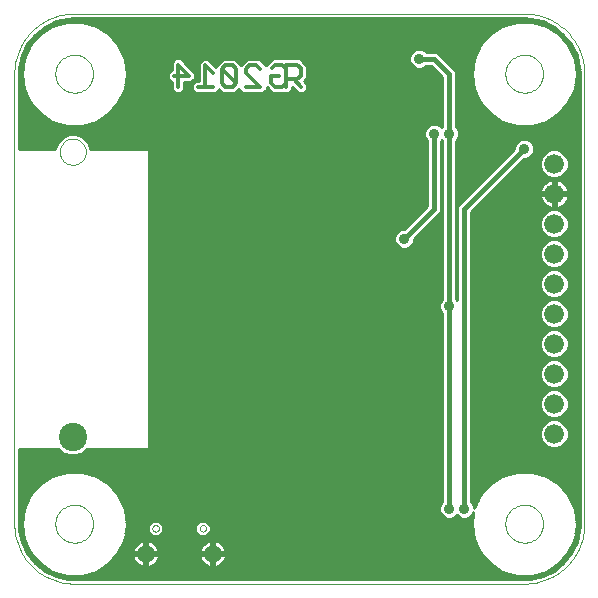
<source format=gbl>
G75*
G70*
%OFA0B0*%
%FSLAX24Y24*%
%IPPOS*%
%LPD*%
%AMOC8*
5,1,8,0,0,1.08239X$1,22.5*
%
%ADD10C,0.0000*%
%ADD11C,0.0945*%
%ADD12C,0.0594*%
%ADD13C,0.0660*%
%ADD14C,0.0120*%
%ADD15C,0.0100*%
%ADD16C,0.0357*%
%ADD17C,0.0160*%
D10*
X000655Y002655D02*
X000655Y017655D01*
X002025Y017655D02*
X002027Y017705D01*
X002033Y017755D01*
X002043Y017804D01*
X002057Y017852D01*
X002074Y017899D01*
X002095Y017944D01*
X002120Y017988D01*
X002148Y018029D01*
X002180Y018068D01*
X002214Y018105D01*
X002251Y018139D01*
X002291Y018169D01*
X002333Y018196D01*
X002377Y018220D01*
X002423Y018241D01*
X002470Y018257D01*
X002518Y018270D01*
X002568Y018279D01*
X002617Y018284D01*
X002668Y018285D01*
X002718Y018282D01*
X002767Y018275D01*
X002816Y018264D01*
X002864Y018249D01*
X002910Y018231D01*
X002955Y018209D01*
X002998Y018183D01*
X003039Y018154D01*
X003078Y018122D01*
X003114Y018087D01*
X003146Y018049D01*
X003176Y018009D01*
X003203Y017966D01*
X003226Y017922D01*
X003245Y017876D01*
X003261Y017828D01*
X003273Y017779D01*
X003281Y017730D01*
X003285Y017680D01*
X003285Y017630D01*
X003281Y017580D01*
X003273Y017531D01*
X003261Y017482D01*
X003245Y017434D01*
X003226Y017388D01*
X003203Y017344D01*
X003176Y017301D01*
X003146Y017261D01*
X003114Y017223D01*
X003078Y017188D01*
X003039Y017156D01*
X002998Y017127D01*
X002955Y017101D01*
X002910Y017079D01*
X002864Y017061D01*
X002816Y017046D01*
X002767Y017035D01*
X002718Y017028D01*
X002668Y017025D01*
X002617Y017026D01*
X002568Y017031D01*
X002518Y017040D01*
X002470Y017053D01*
X002423Y017069D01*
X002377Y017090D01*
X002333Y017114D01*
X002291Y017141D01*
X002251Y017171D01*
X002214Y017205D01*
X002180Y017242D01*
X002148Y017281D01*
X002120Y017322D01*
X002095Y017366D01*
X002074Y017411D01*
X002057Y017458D01*
X002043Y017506D01*
X002033Y017555D01*
X002027Y017605D01*
X002025Y017655D01*
X000655Y017655D02*
X000657Y017750D01*
X000664Y017845D01*
X000675Y017940D01*
X000691Y018034D01*
X000711Y018127D01*
X000736Y018218D01*
X000765Y018309D01*
X000798Y018398D01*
X000836Y018486D01*
X000877Y018571D01*
X000923Y018655D01*
X000972Y018736D01*
X001026Y018815D01*
X001083Y018891D01*
X001144Y018965D01*
X001208Y019035D01*
X001275Y019102D01*
X001345Y019166D01*
X001419Y019227D01*
X001495Y019284D01*
X001574Y019338D01*
X001655Y019387D01*
X001739Y019433D01*
X001824Y019474D01*
X001912Y019512D01*
X002001Y019545D01*
X002092Y019574D01*
X002183Y019599D01*
X002276Y019619D01*
X002370Y019635D01*
X002465Y019646D01*
X002560Y019653D01*
X002655Y019655D01*
X017655Y019655D01*
X017025Y017655D02*
X017027Y017705D01*
X017033Y017755D01*
X017043Y017804D01*
X017057Y017852D01*
X017074Y017899D01*
X017095Y017944D01*
X017120Y017988D01*
X017148Y018029D01*
X017180Y018068D01*
X017214Y018105D01*
X017251Y018139D01*
X017291Y018169D01*
X017333Y018196D01*
X017377Y018220D01*
X017423Y018241D01*
X017470Y018257D01*
X017518Y018270D01*
X017568Y018279D01*
X017617Y018284D01*
X017668Y018285D01*
X017718Y018282D01*
X017767Y018275D01*
X017816Y018264D01*
X017864Y018249D01*
X017910Y018231D01*
X017955Y018209D01*
X017998Y018183D01*
X018039Y018154D01*
X018078Y018122D01*
X018114Y018087D01*
X018146Y018049D01*
X018176Y018009D01*
X018203Y017966D01*
X018226Y017922D01*
X018245Y017876D01*
X018261Y017828D01*
X018273Y017779D01*
X018281Y017730D01*
X018285Y017680D01*
X018285Y017630D01*
X018281Y017580D01*
X018273Y017531D01*
X018261Y017482D01*
X018245Y017434D01*
X018226Y017388D01*
X018203Y017344D01*
X018176Y017301D01*
X018146Y017261D01*
X018114Y017223D01*
X018078Y017188D01*
X018039Y017156D01*
X017998Y017127D01*
X017955Y017101D01*
X017910Y017079D01*
X017864Y017061D01*
X017816Y017046D01*
X017767Y017035D01*
X017718Y017028D01*
X017668Y017025D01*
X017617Y017026D01*
X017568Y017031D01*
X017518Y017040D01*
X017470Y017053D01*
X017423Y017069D01*
X017377Y017090D01*
X017333Y017114D01*
X017291Y017141D01*
X017251Y017171D01*
X017214Y017205D01*
X017180Y017242D01*
X017148Y017281D01*
X017120Y017322D01*
X017095Y017366D01*
X017074Y017411D01*
X017057Y017458D01*
X017043Y017506D01*
X017033Y017555D01*
X017027Y017605D01*
X017025Y017655D01*
X017655Y019655D02*
X017750Y019653D01*
X017845Y019646D01*
X017940Y019635D01*
X018034Y019619D01*
X018127Y019599D01*
X018218Y019574D01*
X018309Y019545D01*
X018398Y019512D01*
X018486Y019474D01*
X018571Y019433D01*
X018655Y019387D01*
X018736Y019338D01*
X018815Y019284D01*
X018891Y019227D01*
X018965Y019166D01*
X019035Y019102D01*
X019102Y019035D01*
X019166Y018965D01*
X019227Y018891D01*
X019284Y018815D01*
X019338Y018736D01*
X019387Y018655D01*
X019433Y018571D01*
X019474Y018486D01*
X019512Y018398D01*
X019545Y018309D01*
X019574Y018218D01*
X019599Y018127D01*
X019619Y018034D01*
X019635Y017940D01*
X019646Y017845D01*
X019653Y017750D01*
X019655Y017655D01*
X019655Y002655D01*
X017025Y002655D02*
X017027Y002705D01*
X017033Y002755D01*
X017043Y002804D01*
X017057Y002852D01*
X017074Y002899D01*
X017095Y002944D01*
X017120Y002988D01*
X017148Y003029D01*
X017180Y003068D01*
X017214Y003105D01*
X017251Y003139D01*
X017291Y003169D01*
X017333Y003196D01*
X017377Y003220D01*
X017423Y003241D01*
X017470Y003257D01*
X017518Y003270D01*
X017568Y003279D01*
X017617Y003284D01*
X017668Y003285D01*
X017718Y003282D01*
X017767Y003275D01*
X017816Y003264D01*
X017864Y003249D01*
X017910Y003231D01*
X017955Y003209D01*
X017998Y003183D01*
X018039Y003154D01*
X018078Y003122D01*
X018114Y003087D01*
X018146Y003049D01*
X018176Y003009D01*
X018203Y002966D01*
X018226Y002922D01*
X018245Y002876D01*
X018261Y002828D01*
X018273Y002779D01*
X018281Y002730D01*
X018285Y002680D01*
X018285Y002630D01*
X018281Y002580D01*
X018273Y002531D01*
X018261Y002482D01*
X018245Y002434D01*
X018226Y002388D01*
X018203Y002344D01*
X018176Y002301D01*
X018146Y002261D01*
X018114Y002223D01*
X018078Y002188D01*
X018039Y002156D01*
X017998Y002127D01*
X017955Y002101D01*
X017910Y002079D01*
X017864Y002061D01*
X017816Y002046D01*
X017767Y002035D01*
X017718Y002028D01*
X017668Y002025D01*
X017617Y002026D01*
X017568Y002031D01*
X017518Y002040D01*
X017470Y002053D01*
X017423Y002069D01*
X017377Y002090D01*
X017333Y002114D01*
X017291Y002141D01*
X017251Y002171D01*
X017214Y002205D01*
X017180Y002242D01*
X017148Y002281D01*
X017120Y002322D01*
X017095Y002366D01*
X017074Y002411D01*
X017057Y002458D01*
X017043Y002506D01*
X017033Y002555D01*
X017027Y002605D01*
X017025Y002655D01*
X017655Y000655D02*
X017750Y000657D01*
X017845Y000664D01*
X017940Y000675D01*
X018034Y000691D01*
X018127Y000711D01*
X018218Y000736D01*
X018309Y000765D01*
X018398Y000798D01*
X018486Y000836D01*
X018571Y000877D01*
X018655Y000923D01*
X018736Y000972D01*
X018815Y001026D01*
X018891Y001083D01*
X018965Y001144D01*
X019035Y001208D01*
X019102Y001275D01*
X019166Y001345D01*
X019227Y001419D01*
X019284Y001495D01*
X019338Y001574D01*
X019387Y001655D01*
X019433Y001739D01*
X019474Y001824D01*
X019512Y001912D01*
X019545Y002001D01*
X019574Y002092D01*
X019599Y002183D01*
X019619Y002276D01*
X019635Y002370D01*
X019646Y002465D01*
X019653Y002560D01*
X019655Y002655D01*
X017655Y000655D02*
X002655Y000655D01*
X002025Y002655D02*
X002027Y002705D01*
X002033Y002755D01*
X002043Y002804D01*
X002057Y002852D01*
X002074Y002899D01*
X002095Y002944D01*
X002120Y002988D01*
X002148Y003029D01*
X002180Y003068D01*
X002214Y003105D01*
X002251Y003139D01*
X002291Y003169D01*
X002333Y003196D01*
X002377Y003220D01*
X002423Y003241D01*
X002470Y003257D01*
X002518Y003270D01*
X002568Y003279D01*
X002617Y003284D01*
X002668Y003285D01*
X002718Y003282D01*
X002767Y003275D01*
X002816Y003264D01*
X002864Y003249D01*
X002910Y003231D01*
X002955Y003209D01*
X002998Y003183D01*
X003039Y003154D01*
X003078Y003122D01*
X003114Y003087D01*
X003146Y003049D01*
X003176Y003009D01*
X003203Y002966D01*
X003226Y002922D01*
X003245Y002876D01*
X003261Y002828D01*
X003273Y002779D01*
X003281Y002730D01*
X003285Y002680D01*
X003285Y002630D01*
X003281Y002580D01*
X003273Y002531D01*
X003261Y002482D01*
X003245Y002434D01*
X003226Y002388D01*
X003203Y002344D01*
X003176Y002301D01*
X003146Y002261D01*
X003114Y002223D01*
X003078Y002188D01*
X003039Y002156D01*
X002998Y002127D01*
X002955Y002101D01*
X002910Y002079D01*
X002864Y002061D01*
X002816Y002046D01*
X002767Y002035D01*
X002718Y002028D01*
X002668Y002025D01*
X002617Y002026D01*
X002568Y002031D01*
X002518Y002040D01*
X002470Y002053D01*
X002423Y002069D01*
X002377Y002090D01*
X002333Y002114D01*
X002291Y002141D01*
X002251Y002171D01*
X002214Y002205D01*
X002180Y002242D01*
X002148Y002281D01*
X002120Y002322D01*
X002095Y002366D01*
X002074Y002411D01*
X002057Y002458D01*
X002043Y002506D01*
X002033Y002555D01*
X002027Y002605D01*
X002025Y002655D01*
X000655Y002655D02*
X000657Y002560D01*
X000664Y002465D01*
X000675Y002370D01*
X000691Y002276D01*
X000711Y002183D01*
X000736Y002092D01*
X000765Y002001D01*
X000798Y001912D01*
X000836Y001824D01*
X000877Y001739D01*
X000923Y001655D01*
X000972Y001574D01*
X001026Y001495D01*
X001083Y001419D01*
X001144Y001345D01*
X001208Y001275D01*
X001275Y001208D01*
X001345Y001144D01*
X001419Y001083D01*
X001495Y001026D01*
X001574Y000972D01*
X001655Y000923D01*
X001739Y000877D01*
X001824Y000836D01*
X001912Y000798D01*
X002001Y000765D01*
X002092Y000736D01*
X002183Y000711D01*
X002276Y000691D01*
X002370Y000675D01*
X002465Y000664D01*
X002560Y000657D01*
X002655Y000655D01*
X005260Y002502D02*
X005262Y002522D01*
X005268Y002542D01*
X005277Y002560D01*
X005290Y002577D01*
X005305Y002590D01*
X005323Y002600D01*
X005343Y002607D01*
X005363Y002610D01*
X005383Y002609D01*
X005403Y002604D01*
X005422Y002596D01*
X005439Y002584D01*
X005453Y002569D01*
X005464Y002551D01*
X005472Y002532D01*
X005476Y002512D01*
X005476Y002492D01*
X005472Y002472D01*
X005464Y002453D01*
X005453Y002435D01*
X005439Y002420D01*
X005422Y002408D01*
X005403Y002400D01*
X005383Y002395D01*
X005363Y002394D01*
X005343Y002397D01*
X005323Y002404D01*
X005305Y002414D01*
X005290Y002427D01*
X005277Y002444D01*
X005268Y002462D01*
X005262Y002482D01*
X005260Y002502D01*
X006835Y002502D02*
X006837Y002522D01*
X006843Y002542D01*
X006852Y002560D01*
X006865Y002577D01*
X006880Y002590D01*
X006898Y002600D01*
X006918Y002607D01*
X006938Y002610D01*
X006958Y002609D01*
X006978Y002604D01*
X006997Y002596D01*
X007014Y002584D01*
X007028Y002569D01*
X007039Y002551D01*
X007047Y002532D01*
X007051Y002512D01*
X007051Y002492D01*
X007047Y002472D01*
X007039Y002453D01*
X007028Y002435D01*
X007014Y002420D01*
X006997Y002408D01*
X006978Y002400D01*
X006958Y002395D01*
X006938Y002394D01*
X006918Y002397D01*
X006898Y002404D01*
X006880Y002414D01*
X006865Y002427D01*
X006852Y002444D01*
X006843Y002462D01*
X006837Y002482D01*
X006835Y002502D01*
X002172Y015055D02*
X002174Y015096D01*
X002180Y015137D01*
X002190Y015177D01*
X002203Y015216D01*
X002220Y015253D01*
X002241Y015289D01*
X002265Y015323D01*
X002292Y015354D01*
X002321Y015382D01*
X002354Y015408D01*
X002388Y015430D01*
X002425Y015449D01*
X002463Y015464D01*
X002503Y015476D01*
X002543Y015484D01*
X002584Y015488D01*
X002626Y015488D01*
X002667Y015484D01*
X002707Y015476D01*
X002747Y015464D01*
X002785Y015449D01*
X002821Y015430D01*
X002856Y015408D01*
X002889Y015382D01*
X002918Y015354D01*
X002945Y015323D01*
X002969Y015289D01*
X002990Y015253D01*
X003007Y015216D01*
X003020Y015177D01*
X003030Y015137D01*
X003036Y015096D01*
X003038Y015055D01*
X003036Y015014D01*
X003030Y014973D01*
X003020Y014933D01*
X003007Y014894D01*
X002990Y014857D01*
X002969Y014821D01*
X002945Y014787D01*
X002918Y014756D01*
X002889Y014728D01*
X002856Y014702D01*
X002822Y014680D01*
X002785Y014661D01*
X002747Y014646D01*
X002707Y014634D01*
X002667Y014626D01*
X002626Y014622D01*
X002584Y014622D01*
X002543Y014626D01*
X002503Y014634D01*
X002463Y014646D01*
X002425Y014661D01*
X002389Y014680D01*
X002354Y014702D01*
X002321Y014728D01*
X002292Y014756D01*
X002265Y014787D01*
X002241Y014821D01*
X002220Y014857D01*
X002203Y014894D01*
X002190Y014933D01*
X002180Y014973D01*
X002174Y015014D01*
X002172Y015055D01*
D11*
X002605Y005555D03*
D12*
X005043Y001655D03*
X007267Y001655D03*
D13*
X018655Y005655D03*
X018655Y006655D03*
X018655Y007655D03*
X018655Y008655D03*
X018655Y009655D03*
X018655Y010655D03*
X018655Y011655D03*
X018655Y012655D03*
X018655Y013655D03*
X018655Y014655D03*
D14*
X010205Y017215D02*
X009965Y017465D01*
X009715Y017465D01*
X009715Y017835D01*
X009715Y017955D01*
X010085Y017955D01*
X010205Y017835D01*
X010205Y017585D01*
X010085Y017465D01*
X009965Y017465D01*
X009715Y017465D02*
X009715Y017335D01*
X009715Y017215D01*
X009595Y017215D02*
X009715Y017335D01*
X009595Y017215D02*
X009345Y017215D01*
X009225Y017345D01*
X009225Y017585D01*
X009475Y017585D01*
X009235Y017835D02*
X009355Y017955D01*
X009595Y017955D01*
X009715Y017835D01*
X008855Y017815D02*
X008725Y017945D01*
X008485Y017945D01*
X008365Y017825D01*
X008365Y017815D02*
X008365Y017695D01*
X008855Y017215D01*
X008365Y017215D01*
X008055Y017335D02*
X007935Y017215D01*
X007695Y017215D01*
X007575Y017335D01*
X007575Y017815D01*
X007695Y017935D01*
X007935Y017935D01*
X008055Y017815D01*
X008055Y017335D01*
X007585Y017815D01*
X007265Y017693D02*
X007023Y017935D01*
X007023Y017928D02*
X007023Y017223D01*
X006783Y017215D02*
X007268Y017215D01*
X006473Y017585D02*
X006115Y017960D01*
X006115Y017215D01*
X005983Y017585D02*
X006473Y017585D01*
D15*
X001089Y001671D02*
X001347Y001347D01*
X001671Y001089D01*
X002044Y000909D01*
X002448Y000817D01*
X002655Y000805D01*
X017655Y000805D01*
X017862Y000817D01*
X018266Y000909D01*
X018639Y001089D01*
X018963Y001347D01*
X019222Y001671D01*
X019401Y002044D01*
X019494Y002448D01*
X019505Y002655D01*
X019505Y017593D01*
X019505Y017623D01*
X019505Y017655D01*
X019494Y017862D01*
X019401Y018266D01*
X019222Y018639D01*
X018963Y018963D01*
X018639Y019222D01*
X018266Y019401D01*
X017862Y019494D01*
X017655Y019505D01*
X002717Y019505D01*
X002702Y019505D01*
X002655Y019505D01*
X002448Y019494D01*
X002044Y019401D01*
X001671Y019222D01*
X001347Y018963D01*
X001089Y018639D01*
X000909Y018266D01*
X000817Y017862D01*
X000805Y017655D01*
X000805Y015155D01*
X002022Y015155D01*
X002022Y015171D01*
X002111Y015385D01*
X002275Y015549D01*
X002489Y015638D01*
X002721Y015638D01*
X002935Y015549D01*
X003099Y015385D01*
X003188Y015171D01*
X003188Y015155D01*
X005155Y015155D01*
X005155Y005155D01*
X003085Y005155D01*
X002958Y005027D01*
X002729Y004933D01*
X002481Y004933D01*
X002253Y005027D01*
X002125Y005155D01*
X000805Y005155D01*
X000805Y002717D01*
X000805Y002707D01*
X000805Y002655D01*
X000817Y002448D01*
X000909Y002044D01*
X001089Y001671D01*
X001113Y001641D02*
X001242Y001641D01*
X001183Y001709D02*
X001509Y001333D01*
X001928Y001063D01*
X001928Y001063D01*
X002406Y000923D01*
X002904Y000923D01*
X002904Y000923D01*
X003382Y001063D01*
X003801Y001333D01*
X004127Y001709D01*
X004334Y002162D01*
X004405Y002655D01*
X004334Y003148D01*
X004334Y003148D01*
X004127Y003601D01*
X004127Y003601D01*
X003801Y003978D01*
X003382Y004247D01*
X002904Y004387D01*
X002406Y004387D01*
X001928Y004247D01*
X001509Y003978D01*
X001509Y003978D01*
X001509Y003978D01*
X001183Y003601D01*
X000976Y003148D01*
X000905Y002655D01*
X000976Y002162D01*
X001183Y001709D01*
X001183Y001709D01*
X001169Y001739D02*
X001056Y001739D01*
X001008Y001838D02*
X001124Y001838D01*
X001079Y001936D02*
X000961Y001936D01*
X000913Y002035D02*
X001034Y002035D01*
X000989Y002133D02*
X000889Y002133D01*
X000976Y002162D02*
X000976Y002162D01*
X000966Y002232D02*
X000866Y002232D01*
X000844Y002330D02*
X000952Y002330D01*
X000938Y002429D02*
X000821Y002429D01*
X000812Y002527D02*
X000923Y002527D01*
X000909Y002626D02*
X000807Y002626D01*
X000805Y002725D02*
X000915Y002725D01*
X000905Y002655D02*
X000905Y002655D01*
X000929Y002823D02*
X000805Y002823D01*
X000805Y002922D02*
X000943Y002922D01*
X000958Y003020D02*
X000805Y003020D01*
X000805Y003119D02*
X000972Y003119D01*
X000976Y003148D02*
X000976Y003148D01*
X001008Y003217D02*
X000805Y003217D01*
X000805Y003316D02*
X001053Y003316D01*
X001098Y003414D02*
X000805Y003414D01*
X000805Y003513D02*
X001143Y003513D01*
X001183Y003601D02*
X001183Y003601D01*
X001192Y003611D02*
X000805Y003611D01*
X000805Y003710D02*
X001277Y003710D01*
X001363Y003809D02*
X000805Y003809D01*
X000805Y003907D02*
X001448Y003907D01*
X001553Y004006D02*
X000805Y004006D01*
X000805Y004104D02*
X001706Y004104D01*
X001859Y004203D02*
X000805Y004203D01*
X000805Y004301D02*
X002113Y004301D01*
X001928Y004247D02*
X001928Y004247D01*
X002406Y004387D02*
X002406Y004387D01*
X002904Y004387D02*
X002904Y004387D01*
X003197Y004301D02*
X014925Y004301D01*
X014925Y004203D02*
X003451Y004203D01*
X003382Y004247D02*
X003382Y004247D01*
X003604Y004104D02*
X014925Y004104D01*
X014925Y004006D02*
X003758Y004006D01*
X003801Y003978D02*
X003801Y003978D01*
X003862Y003907D02*
X014925Y003907D01*
X014925Y003809D02*
X003948Y003809D01*
X004033Y003710D02*
X014925Y003710D01*
X014925Y003611D02*
X004118Y003611D01*
X004168Y003513D02*
X014925Y003513D01*
X014925Y003414D02*
X004213Y003414D01*
X004258Y003316D02*
X014866Y003316D01*
X014877Y003341D02*
X014827Y003220D01*
X014827Y003090D01*
X014877Y002969D01*
X014969Y002877D01*
X015090Y002827D01*
X015220Y002827D01*
X015341Y002877D01*
X015405Y002941D01*
X015469Y002877D01*
X015590Y002827D01*
X015720Y002827D01*
X015841Y002877D01*
X015934Y002969D01*
X015959Y003031D01*
X015905Y002655D01*
X015976Y002162D01*
X016183Y001709D01*
X016509Y001333D01*
X016928Y001063D01*
X016928Y001063D01*
X017406Y000923D01*
X017904Y000923D01*
X017904Y000923D01*
X018382Y001063D01*
X018801Y001333D01*
X019127Y001709D01*
X019334Y002162D01*
X019405Y002655D01*
X019334Y003148D01*
X019334Y003148D01*
X019127Y003601D01*
X018801Y003978D01*
X018382Y004247D01*
X017904Y004387D01*
X017904Y004387D01*
X017406Y004387D01*
X016928Y004247D01*
X016509Y003978D01*
X016509Y003978D01*
X016509Y003978D01*
X016183Y003601D01*
X015984Y003165D01*
X015984Y003220D01*
X015934Y003341D01*
X015885Y003390D01*
X015885Y013060D01*
X017652Y014827D01*
X017720Y014827D01*
X017841Y014877D01*
X017934Y014969D01*
X017984Y015090D01*
X017984Y015220D01*
X017934Y015341D01*
X017841Y015434D01*
X017720Y015484D01*
X017590Y015484D01*
X017469Y015434D01*
X017377Y015341D01*
X017327Y015220D01*
X017327Y015152D01*
X015425Y013250D01*
X015425Y013060D01*
X015425Y010099D01*
X015385Y010140D01*
X015385Y015421D01*
X015434Y015469D01*
X015484Y015590D01*
X015484Y015720D01*
X015434Y015841D01*
X015385Y015890D01*
X015385Y017560D01*
X015385Y017750D01*
X014885Y018250D01*
X014750Y018385D01*
X014390Y018385D01*
X014341Y018434D01*
X014220Y018484D01*
X014090Y018484D01*
X013969Y018434D01*
X013877Y018341D01*
X013827Y018220D01*
X013827Y018090D01*
X013877Y017969D01*
X013969Y017877D01*
X014090Y017827D01*
X014220Y017827D01*
X014341Y017877D01*
X014390Y017925D01*
X014560Y017925D01*
X014925Y017560D01*
X014925Y015890D01*
X014905Y015870D01*
X014841Y015934D01*
X014720Y015984D01*
X014590Y015984D01*
X014469Y015934D01*
X014377Y015841D01*
X014327Y015720D01*
X014327Y015590D01*
X014377Y015469D01*
X014425Y015421D01*
X014425Y013250D01*
X013658Y012484D01*
X013590Y012484D01*
X013469Y012434D01*
X013377Y012341D01*
X013327Y012220D01*
X013327Y012090D01*
X013377Y011969D01*
X013469Y011877D01*
X013590Y011827D01*
X013720Y011827D01*
X013841Y011877D01*
X013934Y011969D01*
X013984Y012090D01*
X013984Y012158D01*
X014885Y013060D01*
X014885Y013250D01*
X014885Y015421D01*
X014905Y015441D01*
X014925Y015421D01*
X014925Y010140D01*
X014877Y010091D01*
X014827Y009970D01*
X014827Y009840D01*
X014877Y009719D01*
X014925Y009671D01*
X014925Y003390D01*
X014877Y003341D01*
X014827Y003217D02*
X004303Y003217D01*
X004338Y003119D02*
X014827Y003119D01*
X014856Y003020D02*
X004353Y003020D01*
X004367Y002922D02*
X014924Y002922D01*
X015386Y002922D02*
X015424Y002922D01*
X015886Y002922D02*
X015943Y002922D01*
X015955Y003020D02*
X015958Y003020D01*
X015984Y003217D02*
X016008Y003217D01*
X016053Y003316D02*
X015944Y003316D01*
X015885Y003414D02*
X016098Y003414D01*
X016143Y003513D02*
X015885Y003513D01*
X015885Y003611D02*
X016192Y003611D01*
X016183Y003601D02*
X016183Y003601D01*
X016277Y003710D02*
X015885Y003710D01*
X015885Y003809D02*
X016363Y003809D01*
X016448Y003907D02*
X015885Y003907D01*
X015885Y004006D02*
X016553Y004006D01*
X016706Y004104D02*
X015885Y004104D01*
X015885Y004203D02*
X016859Y004203D01*
X016928Y004247D02*
X016928Y004247D01*
X017113Y004301D02*
X015885Y004301D01*
X015885Y004400D02*
X019505Y004400D01*
X019505Y004498D02*
X015885Y004498D01*
X015885Y004597D02*
X019505Y004597D01*
X019505Y004695D02*
X015885Y004695D01*
X015885Y004794D02*
X019505Y004794D01*
X019505Y004892D02*
X015885Y004892D01*
X015885Y004991D02*
X019505Y004991D01*
X019505Y005090D02*
X015885Y005090D01*
X015885Y005188D02*
X018528Y005188D01*
X018560Y005175D02*
X018751Y005175D01*
X018927Y005248D01*
X019062Y005383D01*
X019135Y005560D01*
X019135Y005751D01*
X019062Y005927D01*
X018927Y006062D01*
X018751Y006135D01*
X018560Y006135D01*
X018383Y006062D01*
X018248Y005927D01*
X018175Y005751D01*
X018175Y005560D01*
X018248Y005383D01*
X018383Y005248D01*
X018560Y005175D01*
X018782Y005188D02*
X019505Y005188D01*
X019505Y005287D02*
X018965Y005287D01*
X019063Y005385D02*
X019505Y005385D01*
X019505Y005484D02*
X019104Y005484D01*
X019135Y005582D02*
X019505Y005582D01*
X019505Y005681D02*
X019135Y005681D01*
X019123Y005779D02*
X019505Y005779D01*
X019505Y005878D02*
X019082Y005878D01*
X019013Y005976D02*
X019505Y005976D01*
X019505Y006075D02*
X018896Y006075D01*
X018927Y006248D02*
X018751Y006175D01*
X018560Y006175D01*
X018383Y006248D01*
X018248Y006383D01*
X018175Y006560D01*
X018175Y006751D01*
X018248Y006927D01*
X018383Y007062D01*
X018560Y007135D01*
X018751Y007135D01*
X018927Y007062D01*
X019062Y006927D01*
X019135Y006751D01*
X019135Y006560D01*
X019062Y006383D01*
X018927Y006248D01*
X018951Y006272D02*
X019505Y006272D01*
X019505Y006174D02*
X015885Y006174D01*
X015885Y006272D02*
X018359Y006272D01*
X018261Y006371D02*
X015885Y006371D01*
X015885Y006469D02*
X018213Y006469D01*
X018175Y006568D02*
X015885Y006568D01*
X015885Y006666D02*
X018175Y006666D01*
X018181Y006765D02*
X015885Y006765D01*
X015885Y006863D02*
X018222Y006863D01*
X018283Y006962D02*
X015885Y006962D01*
X015885Y007060D02*
X018382Y007060D01*
X018383Y007248D02*
X018560Y007175D01*
X018751Y007175D01*
X018927Y007248D01*
X019062Y007383D01*
X019135Y007560D01*
X019135Y007751D01*
X019062Y007927D01*
X018927Y008062D01*
X018751Y008135D01*
X018560Y008135D01*
X018383Y008062D01*
X018248Y007927D01*
X018175Y007751D01*
X018175Y007560D01*
X018248Y007383D01*
X018383Y007248D01*
X018374Y007258D02*
X015885Y007258D01*
X015885Y007356D02*
X018275Y007356D01*
X018219Y007455D02*
X015885Y007455D01*
X015885Y007553D02*
X018178Y007553D01*
X018175Y007652D02*
X015885Y007652D01*
X015885Y007750D02*
X018175Y007750D01*
X018216Y007849D02*
X015885Y007849D01*
X015885Y007947D02*
X018269Y007947D01*
X018367Y008046D02*
X015885Y008046D01*
X015885Y008144D02*
X019505Y008144D01*
X019505Y008046D02*
X018943Y008046D01*
X019042Y007947D02*
X019505Y007947D01*
X019505Y007849D02*
X019094Y007849D01*
X019135Y007750D02*
X019505Y007750D01*
X019505Y007652D02*
X019135Y007652D01*
X019132Y007553D02*
X019505Y007553D01*
X019505Y007455D02*
X019092Y007455D01*
X019035Y007356D02*
X019505Y007356D01*
X019505Y007258D02*
X018936Y007258D01*
X018929Y007060D02*
X019505Y007060D01*
X019505Y006962D02*
X019027Y006962D01*
X019088Y006863D02*
X019505Y006863D01*
X019505Y006765D02*
X019129Y006765D01*
X019135Y006666D02*
X019505Y006666D01*
X019505Y006568D02*
X019135Y006568D01*
X019098Y006469D02*
X019505Y006469D01*
X019505Y006371D02*
X019049Y006371D01*
X018415Y006075D02*
X015885Y006075D01*
X015885Y005976D02*
X018298Y005976D01*
X018228Y005878D02*
X015885Y005878D01*
X015885Y005779D02*
X018187Y005779D01*
X018175Y005681D02*
X015885Y005681D01*
X015885Y005582D02*
X018175Y005582D01*
X018207Y005484D02*
X015885Y005484D01*
X015885Y005385D02*
X018247Y005385D01*
X018345Y005287D02*
X015885Y005287D01*
X014925Y005287D02*
X005155Y005287D01*
X005155Y005385D02*
X014925Y005385D01*
X014925Y005484D02*
X005155Y005484D01*
X005155Y005582D02*
X014925Y005582D01*
X014925Y005681D02*
X005155Y005681D01*
X005155Y005779D02*
X014925Y005779D01*
X014925Y005878D02*
X005155Y005878D01*
X005155Y005976D02*
X014925Y005976D01*
X014925Y006075D02*
X005155Y006075D01*
X005155Y006174D02*
X014925Y006174D01*
X014925Y006272D02*
X005155Y006272D01*
X005155Y006371D02*
X014925Y006371D01*
X014925Y006469D02*
X005155Y006469D01*
X005155Y006568D02*
X014925Y006568D01*
X014925Y006666D02*
X005155Y006666D01*
X005155Y006765D02*
X014925Y006765D01*
X014925Y006863D02*
X005155Y006863D01*
X005155Y006962D02*
X014925Y006962D01*
X014925Y007060D02*
X005155Y007060D01*
X005155Y007159D02*
X014925Y007159D01*
X014925Y007258D02*
X005155Y007258D01*
X005155Y007356D02*
X014925Y007356D01*
X014925Y007455D02*
X005155Y007455D01*
X005155Y007553D02*
X014925Y007553D01*
X014925Y007652D02*
X005155Y007652D01*
X005155Y007750D02*
X014925Y007750D01*
X014925Y007849D02*
X005155Y007849D01*
X005155Y007947D02*
X014925Y007947D01*
X014925Y008046D02*
X005155Y008046D01*
X005155Y008144D02*
X014925Y008144D01*
X014925Y008243D02*
X005155Y008243D01*
X005155Y008341D02*
X014925Y008341D01*
X014925Y008440D02*
X005155Y008440D01*
X005155Y008539D02*
X014925Y008539D01*
X014925Y008637D02*
X005155Y008637D01*
X005155Y008736D02*
X014925Y008736D01*
X014925Y008834D02*
X005155Y008834D01*
X005155Y008933D02*
X014925Y008933D01*
X014925Y009031D02*
X005155Y009031D01*
X005155Y009130D02*
X014925Y009130D01*
X014925Y009228D02*
X005155Y009228D01*
X005155Y009327D02*
X014925Y009327D01*
X014925Y009425D02*
X005155Y009425D01*
X005155Y009524D02*
X014925Y009524D01*
X014925Y009623D02*
X005155Y009623D01*
X005155Y009721D02*
X014876Y009721D01*
X014835Y009820D02*
X005155Y009820D01*
X005155Y009918D02*
X014827Y009918D01*
X014846Y010017D02*
X005155Y010017D01*
X005155Y010115D02*
X014901Y010115D01*
X014925Y010214D02*
X005155Y010214D01*
X005155Y010312D02*
X014925Y010312D01*
X014925Y010411D02*
X005155Y010411D01*
X005155Y010509D02*
X014925Y010509D01*
X014925Y010608D02*
X005155Y010608D01*
X005155Y010707D02*
X014925Y010707D01*
X014925Y010805D02*
X005155Y010805D01*
X005155Y010904D02*
X014925Y010904D01*
X014925Y011002D02*
X005155Y011002D01*
X005155Y011101D02*
X014925Y011101D01*
X014925Y011199D02*
X005155Y011199D01*
X005155Y011298D02*
X014925Y011298D01*
X014925Y011396D02*
X005155Y011396D01*
X005155Y011495D02*
X014925Y011495D01*
X014925Y011593D02*
X005155Y011593D01*
X005155Y011692D02*
X014925Y011692D01*
X014925Y011791D02*
X005155Y011791D01*
X005155Y011889D02*
X013457Y011889D01*
X013369Y011988D02*
X005155Y011988D01*
X005155Y012086D02*
X013328Y012086D01*
X013327Y012185D02*
X005155Y012185D01*
X005155Y012283D02*
X013353Y012283D01*
X013417Y012382D02*
X005155Y012382D01*
X005155Y012480D02*
X013582Y012480D01*
X013754Y012579D02*
X005155Y012579D01*
X005155Y012677D02*
X013852Y012677D01*
X013951Y012776D02*
X005155Y012776D01*
X005155Y012874D02*
X014049Y012874D01*
X014148Y012973D02*
X005155Y012973D01*
X005155Y013072D02*
X014246Y013072D01*
X014345Y013170D02*
X005155Y013170D01*
X005155Y013269D02*
X014425Y013269D01*
X014425Y013367D02*
X005155Y013367D01*
X005155Y013466D02*
X014425Y013466D01*
X014425Y013564D02*
X005155Y013564D01*
X005155Y013663D02*
X014425Y013663D01*
X014425Y013761D02*
X005155Y013761D01*
X005155Y013860D02*
X014425Y013860D01*
X014425Y013958D02*
X005155Y013958D01*
X005155Y014057D02*
X014425Y014057D01*
X014425Y014156D02*
X005155Y014156D01*
X005155Y014254D02*
X014425Y014254D01*
X014425Y014353D02*
X005155Y014353D01*
X005155Y014451D02*
X014425Y014451D01*
X014425Y014550D02*
X005155Y014550D01*
X005155Y014648D02*
X014425Y014648D01*
X014425Y014747D02*
X005155Y014747D01*
X005155Y014845D02*
X014425Y014845D01*
X014425Y014944D02*
X005155Y014944D01*
X005155Y015042D02*
X014425Y015042D01*
X014425Y015141D02*
X005155Y015141D01*
X003879Y016422D02*
X014925Y016422D01*
X014925Y016324D02*
X003787Y016324D01*
X003801Y016333D02*
X003801Y016333D01*
X004127Y016709D01*
X004334Y017162D01*
X004405Y017655D01*
X004334Y018148D01*
X004334Y018148D01*
X004127Y018601D01*
X004127Y018601D01*
X003801Y018978D01*
X003382Y019247D01*
X002904Y019387D01*
X002406Y019387D01*
X001928Y019247D01*
X001509Y018978D01*
X001509Y018978D01*
X001509Y018978D01*
X001183Y018601D01*
X000976Y018148D01*
X000905Y017655D01*
X000976Y017162D01*
X001183Y016709D01*
X001509Y016333D01*
X001928Y016063D01*
X002406Y015923D01*
X002904Y015923D01*
X003382Y016063D01*
X003801Y016333D01*
X003801Y016333D01*
X003634Y016225D02*
X014925Y016225D01*
X014925Y016126D02*
X003480Y016126D01*
X003262Y016028D02*
X014925Y016028D01*
X014925Y015929D02*
X014845Y015929D01*
X014465Y015929D02*
X002926Y015929D01*
X002732Y015634D02*
X014327Y015634D01*
X014332Y015732D02*
X000805Y015732D01*
X000805Y015634D02*
X002478Y015634D01*
X002261Y015535D02*
X000805Y015535D01*
X000805Y015437D02*
X002162Y015437D01*
X002091Y015338D02*
X000805Y015338D01*
X000805Y015240D02*
X002050Y015240D01*
X002384Y015929D02*
X000805Y015929D01*
X000805Y015831D02*
X014372Y015831D01*
X014349Y015535D02*
X002950Y015535D01*
X003048Y015437D02*
X014409Y015437D01*
X014425Y015338D02*
X003119Y015338D01*
X003160Y015240D02*
X014425Y015240D01*
X014885Y015240D02*
X014925Y015240D01*
X014925Y015338D02*
X014885Y015338D01*
X014901Y015437D02*
X014909Y015437D01*
X014885Y015141D02*
X014925Y015141D01*
X014925Y015042D02*
X014885Y015042D01*
X014885Y014944D02*
X014925Y014944D01*
X014925Y014845D02*
X014885Y014845D01*
X014885Y014747D02*
X014925Y014747D01*
X014925Y014648D02*
X014885Y014648D01*
X014885Y014550D02*
X014925Y014550D01*
X014925Y014451D02*
X014885Y014451D01*
X014885Y014353D02*
X014925Y014353D01*
X014925Y014254D02*
X014885Y014254D01*
X014885Y014156D02*
X014925Y014156D01*
X014925Y014057D02*
X014885Y014057D01*
X014885Y013958D02*
X014925Y013958D01*
X014925Y013860D02*
X014885Y013860D01*
X014885Y013761D02*
X014925Y013761D01*
X014925Y013663D02*
X014885Y013663D01*
X014885Y013564D02*
X014925Y013564D01*
X014925Y013466D02*
X014885Y013466D01*
X014885Y013367D02*
X014925Y013367D01*
X014925Y013269D02*
X014885Y013269D01*
X014885Y013170D02*
X014925Y013170D01*
X014925Y013072D02*
X014885Y013072D01*
X014925Y012973D02*
X014798Y012973D01*
X014700Y012874D02*
X014925Y012874D01*
X014925Y012776D02*
X014601Y012776D01*
X014503Y012677D02*
X014925Y012677D01*
X014925Y012579D02*
X014404Y012579D01*
X014306Y012480D02*
X014925Y012480D01*
X014925Y012382D02*
X014207Y012382D01*
X014108Y012283D02*
X014925Y012283D01*
X014925Y012185D02*
X014010Y012185D01*
X013982Y012086D02*
X014925Y012086D01*
X014925Y011988D02*
X013941Y011988D01*
X013854Y011889D02*
X014925Y011889D01*
X015385Y011889D02*
X015425Y011889D01*
X015425Y011791D02*
X015385Y011791D01*
X015385Y011692D02*
X015425Y011692D01*
X015425Y011593D02*
X015385Y011593D01*
X015385Y011495D02*
X015425Y011495D01*
X015425Y011396D02*
X015385Y011396D01*
X015385Y011298D02*
X015425Y011298D01*
X015425Y011199D02*
X015385Y011199D01*
X015385Y011101D02*
X015425Y011101D01*
X015425Y011002D02*
X015385Y011002D01*
X015385Y010904D02*
X015425Y010904D01*
X015425Y010805D02*
X015385Y010805D01*
X015385Y010707D02*
X015425Y010707D01*
X015425Y010608D02*
X015385Y010608D01*
X015385Y010509D02*
X015425Y010509D01*
X015425Y010411D02*
X015385Y010411D01*
X015385Y010312D02*
X015425Y010312D01*
X015425Y010214D02*
X015385Y010214D01*
X015409Y010115D02*
X015425Y010115D01*
X015885Y010115D02*
X018512Y010115D01*
X018560Y010135D02*
X018383Y010062D01*
X018248Y009927D01*
X018175Y009751D01*
X018175Y009560D01*
X018248Y009383D01*
X018383Y009248D01*
X018560Y009175D01*
X018751Y009175D01*
X018927Y009248D01*
X019062Y009383D01*
X019135Y009560D01*
X019135Y009751D01*
X019062Y009927D01*
X018927Y010062D01*
X018751Y010135D01*
X018560Y010135D01*
X018560Y010175D02*
X018383Y010248D01*
X018248Y010383D01*
X018175Y010560D01*
X018175Y010751D01*
X018248Y010927D01*
X018383Y011062D01*
X018560Y011135D01*
X018751Y011135D01*
X018927Y011062D01*
X019062Y010927D01*
X019135Y010751D01*
X019135Y010560D01*
X019062Y010383D01*
X018927Y010248D01*
X018751Y010175D01*
X018560Y010175D01*
X018466Y010214D02*
X015885Y010214D01*
X015885Y010312D02*
X018319Y010312D01*
X018237Y010411D02*
X015885Y010411D01*
X015885Y010509D02*
X018196Y010509D01*
X018175Y010608D02*
X015885Y010608D01*
X015885Y010707D02*
X018175Y010707D01*
X018198Y010805D02*
X015885Y010805D01*
X015885Y010904D02*
X018239Y010904D01*
X018323Y011002D02*
X015885Y011002D01*
X015885Y011101D02*
X018477Y011101D01*
X018501Y011199D02*
X015885Y011199D01*
X015885Y011298D02*
X018334Y011298D01*
X018383Y011248D02*
X018560Y011175D01*
X018751Y011175D01*
X018927Y011248D01*
X019062Y011383D01*
X019135Y011560D01*
X019135Y011751D01*
X019062Y011927D01*
X018927Y012062D01*
X018751Y012135D01*
X018560Y012135D01*
X018383Y012062D01*
X018248Y011927D01*
X018175Y011751D01*
X018175Y011560D01*
X018248Y011383D01*
X018383Y011248D01*
X018243Y011396D02*
X015885Y011396D01*
X015885Y011495D02*
X018202Y011495D01*
X018175Y011593D02*
X015885Y011593D01*
X015885Y011692D02*
X018175Y011692D01*
X018192Y011791D02*
X015885Y011791D01*
X015885Y011889D02*
X018232Y011889D01*
X018309Y011988D02*
X015885Y011988D01*
X015885Y012086D02*
X018441Y012086D01*
X018536Y012185D02*
X015885Y012185D01*
X015885Y012283D02*
X018348Y012283D01*
X018383Y012248D02*
X018560Y012175D01*
X018751Y012175D01*
X018927Y012248D01*
X019062Y012383D01*
X019135Y012560D01*
X019135Y012751D01*
X019062Y012927D01*
X018927Y013062D01*
X018751Y013135D01*
X018560Y013135D01*
X018383Y013062D01*
X018248Y012927D01*
X018175Y012751D01*
X018175Y012560D01*
X018248Y012383D01*
X018383Y012248D01*
X018250Y012382D02*
X015885Y012382D01*
X015885Y012480D02*
X018208Y012480D01*
X018175Y012579D02*
X015885Y012579D01*
X015885Y012677D02*
X018175Y012677D01*
X018186Y012776D02*
X015885Y012776D01*
X015885Y012874D02*
X018226Y012874D01*
X018294Y012973D02*
X015885Y012973D01*
X015897Y013072D02*
X018406Y013072D01*
X018471Y013210D02*
X018543Y013187D01*
X018607Y013177D01*
X018607Y013606D01*
X018704Y013606D01*
X018704Y013177D01*
X018768Y013187D01*
X018839Y013210D01*
X018907Y013245D01*
X018968Y013289D01*
X019021Y013342D01*
X019066Y013404D01*
X019100Y013471D01*
X019123Y013543D01*
X019133Y013607D01*
X018704Y013607D01*
X018704Y013704D01*
X018607Y013704D01*
X018607Y014133D01*
X018543Y014123D01*
X018471Y014100D01*
X018404Y014066D01*
X018342Y014021D01*
X018289Y013968D01*
X018245Y013907D01*
X018210Y013839D01*
X018187Y013768D01*
X018177Y013704D01*
X018606Y013704D01*
X018606Y013607D01*
X018177Y013607D01*
X018187Y013543D01*
X018210Y013471D01*
X018245Y013404D01*
X018289Y013342D01*
X018342Y013289D01*
X018404Y013245D01*
X018471Y013210D01*
X018370Y013269D02*
X016094Y013269D01*
X016192Y013367D02*
X018271Y013367D01*
X018213Y013466D02*
X016291Y013466D01*
X016389Y013564D02*
X018184Y013564D01*
X018186Y013761D02*
X016587Y013761D01*
X016685Y013860D02*
X018221Y013860D01*
X018282Y013958D02*
X016784Y013958D01*
X016882Y014057D02*
X018392Y014057D01*
X018383Y014248D02*
X018248Y014383D01*
X018175Y014560D01*
X018175Y014751D01*
X018248Y014927D01*
X018383Y015062D01*
X018560Y015135D01*
X018751Y015135D01*
X018927Y015062D01*
X019062Y014927D01*
X019135Y014751D01*
X019135Y014560D01*
X019062Y014383D01*
X018927Y014248D01*
X018751Y014175D01*
X018560Y014175D01*
X018383Y014248D01*
X018377Y014254D02*
X017079Y014254D01*
X016981Y014156D02*
X019505Y014156D01*
X019505Y014254D02*
X018933Y014254D01*
X019031Y014353D02*
X019505Y014353D01*
X019505Y014451D02*
X019090Y014451D01*
X019131Y014550D02*
X019505Y014550D01*
X019505Y014648D02*
X019135Y014648D01*
X019135Y014747D02*
X019505Y014747D01*
X019505Y014845D02*
X019096Y014845D01*
X019045Y014944D02*
X019505Y014944D01*
X019505Y015042D02*
X018947Y015042D01*
X019505Y015141D02*
X017984Y015141D01*
X017976Y015240D02*
X019505Y015240D01*
X019505Y015338D02*
X017935Y015338D01*
X017834Y015437D02*
X019505Y015437D01*
X019505Y015535D02*
X015461Y015535D01*
X015484Y015634D02*
X019505Y015634D01*
X019505Y015732D02*
X015479Y015732D01*
X015438Y015831D02*
X019505Y015831D01*
X019505Y015929D02*
X017926Y015929D01*
X017904Y015923D02*
X018382Y016063D01*
X018801Y016333D01*
X019127Y016709D01*
X019334Y017162D01*
X019405Y017655D01*
X019334Y018148D01*
X019334Y018148D01*
X019127Y018601D01*
X019127Y018601D01*
X018801Y018978D01*
X018382Y019247D01*
X017904Y019387D01*
X017406Y019387D01*
X016928Y019247D01*
X016509Y018978D01*
X016509Y018978D01*
X016509Y018978D01*
X016183Y018601D01*
X015976Y018148D01*
X015905Y017655D01*
X015976Y017162D01*
X016183Y016709D01*
X016509Y016333D01*
X016928Y016063D01*
X016928Y016063D01*
X017406Y015923D01*
X017904Y015923D01*
X017904Y015923D01*
X018262Y016028D02*
X019505Y016028D01*
X019505Y016126D02*
X018480Y016126D01*
X018382Y016063D02*
X018382Y016063D01*
X018634Y016225D02*
X019505Y016225D01*
X019505Y016324D02*
X018787Y016324D01*
X018801Y016333D02*
X018801Y016333D01*
X018801Y016333D01*
X018879Y016422D02*
X019505Y016422D01*
X019505Y016521D02*
X018964Y016521D01*
X019049Y016619D02*
X019505Y016619D01*
X019505Y016718D02*
X019131Y016718D01*
X019127Y016709D02*
X019127Y016709D01*
X019176Y016816D02*
X019505Y016816D01*
X019505Y016915D02*
X019221Y016915D01*
X019266Y017013D02*
X019505Y017013D01*
X019505Y017112D02*
X019311Y017112D01*
X019334Y017162D02*
X019334Y017162D01*
X019341Y017210D02*
X019505Y017210D01*
X019505Y017309D02*
X019355Y017309D01*
X019369Y017407D02*
X019505Y017407D01*
X019505Y017506D02*
X019384Y017506D01*
X019398Y017605D02*
X019505Y017605D01*
X019502Y017703D02*
X019398Y017703D01*
X019384Y017802D02*
X019497Y017802D01*
X019485Y017900D02*
X019370Y017900D01*
X019356Y017999D02*
X019462Y017999D01*
X019440Y018097D02*
X019342Y018097D01*
X019312Y018196D02*
X019417Y018196D01*
X019388Y018294D02*
X019267Y018294D01*
X019222Y018393D02*
X019340Y018393D01*
X019293Y018491D02*
X019177Y018491D01*
X019132Y018590D02*
X019245Y018590D01*
X019182Y018689D02*
X019052Y018689D01*
X019104Y018787D02*
X018966Y018787D01*
X019025Y018886D02*
X018881Y018886D01*
X018937Y018984D02*
X018791Y018984D01*
X018801Y018978D02*
X018801Y018978D01*
X018813Y019083D02*
X018638Y019083D01*
X018690Y019181D02*
X018484Y019181D01*
X018518Y019280D02*
X018270Y019280D01*
X018314Y019378D02*
X017935Y019378D01*
X017904Y019387D02*
X017904Y019387D01*
X017935Y019477D02*
X002375Y019477D01*
X002406Y019387D02*
X002406Y019387D01*
X002376Y019378D02*
X001996Y019378D01*
X002040Y019280D02*
X001792Y019280D01*
X001826Y019181D02*
X001620Y019181D01*
X001673Y019083D02*
X001497Y019083D01*
X001519Y018984D02*
X001373Y018984D01*
X001429Y018886D02*
X001285Y018886D01*
X001344Y018787D02*
X001206Y018787D01*
X001259Y018689D02*
X001128Y018689D01*
X001183Y018601D02*
X001183Y018601D01*
X001178Y018590D02*
X001065Y018590D01*
X001017Y018491D02*
X001133Y018491D01*
X001088Y018393D02*
X000970Y018393D01*
X000922Y018294D02*
X001043Y018294D01*
X000998Y018196D02*
X000893Y018196D01*
X000976Y018148D02*
X000976Y018148D01*
X000969Y018097D02*
X000870Y018097D01*
X000848Y017999D02*
X000955Y017999D01*
X000940Y017900D02*
X000825Y017900D01*
X000813Y017802D02*
X000926Y017802D01*
X000912Y017703D02*
X000808Y017703D01*
X000805Y017605D02*
X000912Y017605D01*
X000905Y017655D02*
X000905Y017655D01*
X000927Y017506D02*
X000805Y017506D01*
X000805Y017407D02*
X000941Y017407D01*
X000955Y017309D02*
X000805Y017309D01*
X000805Y017210D02*
X000969Y017210D01*
X000976Y017162D02*
X000976Y017162D01*
X000999Y017112D02*
X000805Y017112D01*
X000805Y017013D02*
X001044Y017013D01*
X001089Y016915D02*
X000805Y016915D01*
X000805Y016816D02*
X001134Y016816D01*
X001179Y016718D02*
X000805Y016718D01*
X000805Y016619D02*
X001261Y016619D01*
X001183Y016709D02*
X001183Y016709D01*
X001346Y016521D02*
X000805Y016521D01*
X000805Y016422D02*
X001432Y016422D01*
X001509Y016333D02*
X001509Y016333D01*
X001523Y016324D02*
X000805Y016324D01*
X000805Y016225D02*
X001677Y016225D01*
X001830Y016126D02*
X000805Y016126D01*
X000805Y016028D02*
X002049Y016028D01*
X003964Y016521D02*
X014925Y016521D01*
X014925Y016619D02*
X004049Y016619D01*
X004127Y016709D02*
X004127Y016709D01*
X004131Y016718D02*
X014925Y016718D01*
X014925Y016816D02*
X004176Y016816D01*
X004221Y016915D02*
X014925Y016915D01*
X014925Y017013D02*
X010298Y017013D01*
X010288Y017003D02*
X010413Y017124D01*
X010417Y017298D01*
X010318Y017401D01*
X010415Y017498D01*
X010415Y017672D01*
X010415Y017922D01*
X010292Y018045D01*
X010172Y018165D01*
X009998Y018165D01*
X009628Y018165D01*
X009442Y018165D01*
X009268Y018165D01*
X009035Y017932D01*
X008935Y018032D01*
X008812Y018155D01*
X008572Y018155D01*
X008398Y018155D01*
X008205Y017962D01*
X008142Y018025D01*
X008022Y018145D01*
X007848Y018145D01*
X007608Y018145D01*
X007485Y018022D01*
X007365Y017902D01*
X007365Y017890D01*
X007110Y018145D01*
X006936Y018145D01*
X006813Y018022D01*
X006813Y018015D01*
X006813Y018015D01*
X006813Y017425D01*
X006696Y017425D01*
X006573Y017302D01*
X006573Y017128D01*
X006696Y017005D01*
X007355Y017005D01*
X007478Y017128D01*
X007478Y017136D01*
X007488Y017125D01*
X007608Y017005D01*
X007782Y017005D01*
X007848Y017005D01*
X008022Y017005D01*
X008155Y017138D01*
X008155Y017128D01*
X008278Y017005D01*
X008769Y017005D01*
X008770Y017004D01*
X008855Y017005D01*
X008942Y017005D01*
X008943Y017006D01*
X008944Y017006D01*
X009004Y017067D01*
X009065Y017128D01*
X009065Y017129D01*
X009066Y017130D01*
X009065Y017208D01*
X009074Y017199D01*
X009135Y017133D01*
X009135Y017128D01*
X009194Y017069D01*
X009250Y017009D01*
X009255Y017009D01*
X009258Y017005D01*
X009341Y017005D01*
X009424Y017002D01*
X009427Y017005D01*
X009508Y017005D01*
X009628Y017005D01*
X009802Y017005D01*
X009925Y017128D01*
X009925Y017204D01*
X010114Y017007D01*
X010288Y017003D01*
X010401Y017112D02*
X014925Y017112D01*
X014925Y017210D02*
X010415Y017210D01*
X010406Y017309D02*
X014925Y017309D01*
X014925Y017407D02*
X010324Y017407D01*
X010415Y017506D02*
X014925Y017506D01*
X014880Y017605D02*
X010415Y017605D01*
X010415Y017703D02*
X014782Y017703D01*
X014683Y017802D02*
X010415Y017802D01*
X010415Y017900D02*
X013946Y017900D01*
X013864Y017999D02*
X010338Y017999D01*
X010240Y018097D02*
X013827Y018097D01*
X013827Y018196D02*
X004312Y018196D01*
X004342Y018097D02*
X005955Y018097D01*
X005969Y018110D02*
X005907Y018052D01*
X005907Y018049D01*
X005905Y018047D01*
X005905Y017963D01*
X005903Y017878D01*
X005905Y017876D01*
X005905Y017795D01*
X005896Y017795D01*
X005773Y017672D01*
X005773Y017498D01*
X005896Y017375D01*
X005905Y017375D01*
X005905Y017128D01*
X006028Y017005D01*
X006202Y017005D01*
X006325Y017128D01*
X006325Y017375D01*
X006470Y017375D01*
X006555Y017373D01*
X006557Y017375D01*
X006560Y017375D01*
X006619Y017435D01*
X006680Y017493D01*
X006681Y017496D01*
X006683Y017498D01*
X006683Y017583D01*
X006685Y017667D01*
X006683Y017669D01*
X006683Y017672D01*
X006623Y017732D01*
X006325Y018044D01*
X006325Y018047D01*
X006266Y018106D01*
X006207Y018168D01*
X006204Y018168D01*
X006202Y018170D01*
X006118Y018170D01*
X006033Y018172D01*
X006031Y018170D01*
X006028Y018170D01*
X005969Y018110D01*
X005905Y017999D02*
X004356Y017999D01*
X004370Y017900D02*
X005904Y017900D01*
X005905Y017802D02*
X004384Y017802D01*
X004398Y017703D02*
X005804Y017703D01*
X005773Y017605D02*
X004398Y017605D01*
X004384Y017506D02*
X005773Y017506D01*
X005863Y017407D02*
X004369Y017407D01*
X004355Y017309D02*
X005905Y017309D01*
X005905Y017210D02*
X004341Y017210D01*
X004334Y017162D02*
X004334Y017162D01*
X004311Y017112D02*
X005921Y017112D01*
X006020Y017013D02*
X004266Y017013D01*
X004267Y018294D02*
X013857Y018294D01*
X013928Y018393D02*
X004222Y018393D01*
X004177Y018491D02*
X016133Y018491D01*
X016088Y018393D02*
X014382Y018393D01*
X014365Y017900D02*
X014585Y017900D01*
X014940Y018196D02*
X015998Y018196D01*
X015976Y018148D02*
X015976Y018148D01*
X015969Y018097D02*
X015038Y018097D01*
X015137Y017999D02*
X015955Y017999D01*
X015940Y017900D02*
X015235Y017900D01*
X015334Y017802D02*
X015926Y017802D01*
X015912Y017703D02*
X015385Y017703D01*
X015385Y017605D02*
X015912Y017605D01*
X015905Y017655D02*
X015905Y017655D01*
X015927Y017506D02*
X015385Y017506D01*
X015385Y017407D02*
X015941Y017407D01*
X015955Y017309D02*
X015385Y017309D01*
X015385Y017210D02*
X015969Y017210D01*
X015976Y017162D02*
X015976Y017162D01*
X015999Y017112D02*
X015385Y017112D01*
X015385Y017013D02*
X016044Y017013D01*
X016089Y016915D02*
X015385Y016915D01*
X015385Y016816D02*
X016134Y016816D01*
X016179Y016718D02*
X015385Y016718D01*
X015385Y016619D02*
X016261Y016619D01*
X016183Y016709D02*
X016183Y016709D01*
X016346Y016521D02*
X015385Y016521D01*
X015385Y016422D02*
X016432Y016422D01*
X016509Y016333D02*
X016509Y016333D01*
X016523Y016324D02*
X015385Y016324D01*
X015385Y016225D02*
X016677Y016225D01*
X016830Y016126D02*
X015385Y016126D01*
X015385Y016028D02*
X017049Y016028D01*
X017384Y015929D02*
X015385Y015929D01*
X015401Y015437D02*
X017477Y015437D01*
X017375Y015338D02*
X015385Y015338D01*
X015385Y015240D02*
X017335Y015240D01*
X017316Y015141D02*
X015385Y015141D01*
X015385Y015042D02*
X017217Y015042D01*
X017119Y014944D02*
X015385Y014944D01*
X015385Y014845D02*
X017020Y014845D01*
X016922Y014747D02*
X015385Y014747D01*
X015385Y014648D02*
X016823Y014648D01*
X016725Y014550D02*
X015385Y014550D01*
X015385Y014451D02*
X016626Y014451D01*
X016527Y014353D02*
X015385Y014353D01*
X015385Y014254D02*
X016429Y014254D01*
X016330Y014156D02*
X015385Y014156D01*
X015385Y014057D02*
X016232Y014057D01*
X016133Y013958D02*
X015385Y013958D01*
X015385Y013860D02*
X016035Y013860D01*
X015936Y013761D02*
X015385Y013761D01*
X015385Y013663D02*
X015838Y013663D01*
X015739Y013564D02*
X015385Y013564D01*
X015385Y013466D02*
X015641Y013466D01*
X015542Y013367D02*
X015385Y013367D01*
X015385Y013269D02*
X015443Y013269D01*
X015425Y013170D02*
X015385Y013170D01*
X015385Y013072D02*
X015425Y013072D01*
X015425Y012973D02*
X015385Y012973D01*
X015385Y012874D02*
X015425Y012874D01*
X015425Y012776D02*
X015385Y012776D01*
X015385Y012677D02*
X015425Y012677D01*
X015425Y012579D02*
X015385Y012579D01*
X015385Y012480D02*
X015425Y012480D01*
X015425Y012382D02*
X015385Y012382D01*
X015385Y012283D02*
X015425Y012283D01*
X015425Y012185D02*
X015385Y012185D01*
X015385Y012086D02*
X015425Y012086D01*
X015425Y011988D02*
X015385Y011988D01*
X015995Y013170D02*
X019505Y013170D01*
X019505Y013072D02*
X018904Y013072D01*
X019016Y012973D02*
X019505Y012973D01*
X019505Y012874D02*
X019084Y012874D01*
X019125Y012776D02*
X019505Y012776D01*
X019505Y012677D02*
X019135Y012677D01*
X019135Y012579D02*
X019505Y012579D01*
X019505Y012480D02*
X019102Y012480D01*
X019061Y012382D02*
X019505Y012382D01*
X019505Y012283D02*
X018962Y012283D01*
X018774Y012185D02*
X019505Y012185D01*
X019505Y012086D02*
X018869Y012086D01*
X019001Y011988D02*
X019505Y011988D01*
X019505Y011889D02*
X019078Y011889D01*
X019119Y011791D02*
X019505Y011791D01*
X019505Y011692D02*
X019135Y011692D01*
X019135Y011593D02*
X019505Y011593D01*
X019505Y011495D02*
X019108Y011495D01*
X019067Y011396D02*
X019505Y011396D01*
X019505Y011298D02*
X018977Y011298D01*
X018809Y011199D02*
X019505Y011199D01*
X019505Y011101D02*
X018834Y011101D01*
X018987Y011002D02*
X019505Y011002D01*
X019505Y010904D02*
X019072Y010904D01*
X019113Y010805D02*
X019505Y010805D01*
X019505Y010707D02*
X019135Y010707D01*
X019135Y010608D02*
X019505Y010608D01*
X019505Y010509D02*
X019114Y010509D01*
X019073Y010411D02*
X019505Y010411D01*
X019505Y010312D02*
X018991Y010312D01*
X018844Y010214D02*
X019505Y010214D01*
X019505Y010115D02*
X018798Y010115D01*
X018972Y010017D02*
X019505Y010017D01*
X019505Y009918D02*
X019066Y009918D01*
X019106Y009820D02*
X019505Y009820D01*
X019505Y009721D02*
X019135Y009721D01*
X019135Y009623D02*
X019505Y009623D01*
X019505Y009524D02*
X019120Y009524D01*
X019079Y009425D02*
X019505Y009425D01*
X019505Y009327D02*
X019006Y009327D01*
X018879Y009228D02*
X019505Y009228D01*
X019505Y009130D02*
X018763Y009130D01*
X018751Y009135D02*
X018560Y009135D01*
X018383Y009062D01*
X018248Y008927D01*
X018175Y008751D01*
X018175Y008560D01*
X018248Y008383D01*
X018383Y008248D01*
X018560Y008175D01*
X018751Y008175D01*
X018927Y008248D01*
X019062Y008383D01*
X019135Y008560D01*
X019135Y008751D01*
X019062Y008927D01*
X018927Y009062D01*
X018751Y009135D01*
X018547Y009130D02*
X015885Y009130D01*
X015885Y009228D02*
X018431Y009228D01*
X018304Y009327D02*
X015885Y009327D01*
X015885Y009425D02*
X018231Y009425D01*
X018190Y009524D02*
X015885Y009524D01*
X015885Y009623D02*
X018175Y009623D01*
X018175Y009721D02*
X015885Y009721D01*
X015885Y009820D02*
X018204Y009820D01*
X018245Y009918D02*
X015885Y009918D01*
X015885Y010017D02*
X018338Y010017D01*
X018352Y009031D02*
X015885Y009031D01*
X015885Y008933D02*
X018254Y008933D01*
X018210Y008834D02*
X015885Y008834D01*
X015885Y008736D02*
X018175Y008736D01*
X018175Y008637D02*
X015885Y008637D01*
X015885Y008539D02*
X018184Y008539D01*
X018225Y008440D02*
X015885Y008440D01*
X015885Y008341D02*
X018290Y008341D01*
X018396Y008243D02*
X015885Y008243D01*
X015885Y007159D02*
X019505Y007159D01*
X019505Y008243D02*
X018914Y008243D01*
X019020Y008341D02*
X019505Y008341D01*
X019505Y008440D02*
X019086Y008440D01*
X019126Y008539D02*
X019505Y008539D01*
X019505Y008637D02*
X019135Y008637D01*
X019135Y008736D02*
X019505Y008736D01*
X019505Y008834D02*
X019100Y008834D01*
X019056Y008933D02*
X019505Y008933D01*
X019505Y009031D02*
X018958Y009031D01*
X014925Y005188D02*
X005155Y005188D01*
X003020Y005090D02*
X014925Y005090D01*
X014925Y004991D02*
X002870Y004991D01*
X002340Y004991D02*
X000805Y004991D01*
X000805Y004892D02*
X014925Y004892D01*
X014925Y004794D02*
X000805Y004794D01*
X000805Y004695D02*
X014925Y004695D01*
X014925Y004597D02*
X000805Y004597D01*
X000805Y004498D02*
X014925Y004498D01*
X014925Y004400D02*
X000805Y004400D01*
X000805Y005090D02*
X002190Y005090D01*
X004381Y002823D02*
X015929Y002823D01*
X015915Y002725D02*
X007079Y002725D01*
X007089Y002720D02*
X006994Y002760D01*
X006891Y002760D01*
X006796Y002720D01*
X006724Y002648D01*
X006684Y002553D01*
X006684Y002450D01*
X006724Y002355D01*
X006796Y002283D01*
X006891Y002243D01*
X006994Y002243D01*
X007089Y002283D01*
X007161Y002355D01*
X007201Y002450D01*
X007201Y002553D01*
X007161Y002648D01*
X007089Y002720D01*
X007171Y002626D02*
X015909Y002626D01*
X015905Y002655D02*
X015905Y002655D01*
X015923Y002527D02*
X007201Y002527D01*
X007192Y002429D02*
X015938Y002429D01*
X015952Y002330D02*
X007136Y002330D01*
X007163Y002091D02*
X007096Y002069D01*
X007033Y002037D01*
X006976Y001996D01*
X006926Y001946D01*
X006885Y001889D01*
X006853Y001827D01*
X006831Y001760D01*
X006823Y001704D01*
X007219Y001704D01*
X007219Y002100D01*
X007163Y002091D01*
X007219Y002035D02*
X007316Y002035D01*
X007316Y002100D02*
X007372Y002091D01*
X007439Y002069D01*
X007501Y002037D01*
X007558Y001996D01*
X007608Y001946D01*
X007649Y001889D01*
X007681Y001827D01*
X007703Y001760D01*
X007712Y001704D01*
X007316Y001704D01*
X007219Y001704D01*
X007219Y001607D01*
X006823Y001607D01*
X006831Y001550D01*
X006853Y001484D01*
X006885Y001421D01*
X006926Y001364D01*
X006976Y001314D01*
X007033Y001273D01*
X007096Y001241D01*
X007163Y001219D01*
X007219Y001210D01*
X007219Y001606D01*
X007316Y001606D01*
X007316Y001210D01*
X007372Y001219D01*
X007439Y001241D01*
X007501Y001273D01*
X007558Y001314D01*
X007608Y001364D01*
X007649Y001421D01*
X007681Y001484D01*
X007703Y001550D01*
X007712Y001607D01*
X007316Y001607D01*
X007316Y001704D01*
X007316Y002100D01*
X007316Y001936D02*
X007219Y001936D01*
X007219Y001838D02*
X007316Y001838D01*
X007316Y001739D02*
X007219Y001739D01*
X007219Y001641D02*
X005092Y001641D01*
X005092Y001607D02*
X005092Y001704D01*
X005488Y001704D01*
X005479Y001760D01*
X005457Y001827D01*
X005425Y001889D01*
X005384Y001946D01*
X005334Y001996D01*
X005277Y002037D01*
X005214Y002069D01*
X005148Y002091D01*
X005091Y002100D01*
X005091Y001704D01*
X004994Y001704D01*
X004994Y002100D01*
X004938Y002091D01*
X004871Y002069D01*
X004809Y002037D01*
X004752Y001996D01*
X004702Y001946D01*
X004661Y001889D01*
X004629Y001827D01*
X004607Y001760D01*
X004598Y001704D01*
X004994Y001704D01*
X004994Y001607D01*
X004598Y001607D01*
X004607Y001550D01*
X004629Y001484D01*
X004661Y001421D01*
X004702Y001364D01*
X004752Y001314D01*
X004809Y001273D01*
X004871Y001241D01*
X004938Y001219D01*
X004994Y001210D01*
X004994Y001606D01*
X005091Y001606D01*
X005091Y001210D01*
X005148Y001219D01*
X005214Y001241D01*
X005277Y001273D01*
X005334Y001314D01*
X005384Y001364D01*
X005425Y001421D01*
X005457Y001484D01*
X005479Y001550D01*
X005488Y001607D01*
X005092Y001607D01*
X005091Y001542D02*
X004994Y001542D01*
X004994Y001443D02*
X005091Y001443D01*
X005091Y001345D02*
X004994Y001345D01*
X004994Y001246D02*
X005091Y001246D01*
X005225Y001246D02*
X007085Y001246D01*
X007219Y001246D02*
X007316Y001246D01*
X007316Y001345D02*
X007219Y001345D01*
X007219Y001443D02*
X007316Y001443D01*
X007316Y001542D02*
X007219Y001542D01*
X007316Y001641D02*
X016242Y001641D01*
X016183Y001709D02*
X016183Y001709D01*
X016169Y001739D02*
X007706Y001739D01*
X007676Y001838D02*
X016124Y001838D01*
X016079Y001936D02*
X007615Y001936D01*
X007505Y002035D02*
X016034Y002035D01*
X015989Y002133D02*
X004321Y002133D01*
X004334Y002162D02*
X004334Y002162D01*
X004344Y002232D02*
X015966Y002232D01*
X015976Y002162D02*
X015976Y002162D01*
X016328Y001542D02*
X007700Y001542D01*
X007661Y001443D02*
X016413Y001443D01*
X016498Y001345D02*
X007589Y001345D01*
X007449Y001246D02*
X016643Y001246D01*
X016509Y001333D02*
X016509Y001333D01*
X016797Y001148D02*
X003514Y001148D01*
X003382Y001063D02*
X003382Y001063D01*
X003334Y001049D02*
X016976Y001049D01*
X017311Y000951D02*
X002999Y000951D01*
X002406Y000923D02*
X002406Y000923D01*
X002311Y000951D02*
X001957Y000951D01*
X001976Y001049D02*
X001753Y001049D01*
X001797Y001148D02*
X001597Y001148D01*
X001643Y001246D02*
X001473Y001246D01*
X001509Y001333D02*
X001509Y001333D01*
X001498Y001345D02*
X001349Y001345D01*
X001413Y001443D02*
X001270Y001443D01*
X001328Y001542D02*
X001191Y001542D01*
X002292Y000852D02*
X018018Y000852D01*
X017999Y000951D02*
X018353Y000951D01*
X018334Y001049D02*
X018558Y001049D01*
X018514Y001148D02*
X018714Y001148D01*
X018667Y001246D02*
X018837Y001246D01*
X018801Y001333D02*
X018801Y001333D01*
X018801Y001333D01*
X018812Y001345D02*
X018961Y001345D01*
X018897Y001443D02*
X019040Y001443D01*
X018983Y001542D02*
X019119Y001542D01*
X019068Y001641D02*
X019197Y001641D01*
X019127Y001709D02*
X019127Y001709D01*
X019141Y001739D02*
X019254Y001739D01*
X019302Y001838D02*
X019186Y001838D01*
X019231Y001936D02*
X019349Y001936D01*
X019397Y002035D02*
X019276Y002035D01*
X019321Y002133D02*
X019422Y002133D01*
X019334Y002162D02*
X019334Y002162D01*
X019344Y002232D02*
X019444Y002232D01*
X019467Y002330D02*
X019358Y002330D01*
X019373Y002429D02*
X019489Y002429D01*
X019498Y002527D02*
X019387Y002527D01*
X019401Y002626D02*
X019504Y002626D01*
X019505Y002725D02*
X019395Y002725D01*
X019381Y002823D02*
X019505Y002823D01*
X019505Y002922D02*
X019367Y002922D01*
X019353Y003020D02*
X019505Y003020D01*
X019505Y003119D02*
X019338Y003119D01*
X019303Y003217D02*
X019505Y003217D01*
X019505Y003316D02*
X019258Y003316D01*
X019213Y003414D02*
X019505Y003414D01*
X019505Y003513D02*
X019168Y003513D01*
X019127Y003601D02*
X019127Y003601D01*
X019118Y003611D02*
X019505Y003611D01*
X019505Y003710D02*
X019033Y003710D01*
X018948Y003809D02*
X019505Y003809D01*
X019505Y003907D02*
X018862Y003907D01*
X018758Y004006D02*
X019505Y004006D01*
X019505Y004104D02*
X018604Y004104D01*
X018451Y004203D02*
X019505Y004203D01*
X019505Y004301D02*
X018197Y004301D01*
X017406Y004387D02*
X017406Y004387D01*
X018382Y001063D02*
X018382Y001063D01*
X017406Y000923D02*
X017406Y000923D01*
X007030Y002035D02*
X005281Y002035D01*
X005391Y001936D02*
X006919Y001936D01*
X006859Y001838D02*
X005451Y001838D01*
X005482Y001739D02*
X006828Y001739D01*
X006834Y001542D02*
X005476Y001542D01*
X005437Y001443D02*
X006874Y001443D01*
X006946Y001345D02*
X005365Y001345D01*
X004994Y001641D02*
X004068Y001641D01*
X004127Y001709D02*
X004127Y001709D01*
X004141Y001739D02*
X004604Y001739D01*
X004634Y001838D02*
X004186Y001838D01*
X004231Y001936D02*
X004695Y001936D01*
X004805Y002035D02*
X004276Y002035D01*
X004358Y002330D02*
X005174Y002330D01*
X005149Y002355D02*
X005221Y002283D01*
X005316Y002243D01*
X005419Y002243D01*
X005514Y002283D01*
X005587Y002355D01*
X005626Y002450D01*
X005626Y002553D01*
X005587Y002648D01*
X005514Y002720D01*
X005419Y002760D01*
X005316Y002760D01*
X005221Y002720D01*
X005149Y002648D01*
X005109Y002553D01*
X005109Y002450D01*
X005149Y002355D01*
X005118Y002429D02*
X004373Y002429D01*
X004387Y002527D02*
X005109Y002527D01*
X005140Y002626D02*
X004401Y002626D01*
X004395Y002725D02*
X005231Y002725D01*
X005504Y002725D02*
X006806Y002725D01*
X006715Y002626D02*
X005596Y002626D01*
X005626Y002527D02*
X006684Y002527D01*
X006693Y002429D02*
X005617Y002429D01*
X005562Y002330D02*
X006749Y002330D01*
X005091Y002035D02*
X004994Y002035D01*
X004994Y001936D02*
X005091Y001936D01*
X005091Y001838D02*
X004994Y001838D01*
X004994Y001739D02*
X005091Y001739D01*
X004721Y001345D02*
X003812Y001345D01*
X003801Y001333D02*
X003801Y001333D01*
X003801Y001333D01*
X003897Y001443D02*
X004649Y001443D01*
X004610Y001542D02*
X003983Y001542D01*
X003667Y001246D02*
X004861Y001246D01*
X016488Y013663D02*
X018606Y013663D01*
X018704Y013663D02*
X019505Y013663D01*
X019505Y013761D02*
X019124Y013761D01*
X019123Y013768D02*
X019100Y013839D01*
X019066Y013907D01*
X019021Y013968D01*
X018968Y014021D01*
X018907Y014066D01*
X018839Y014100D01*
X018768Y014123D01*
X018704Y014133D01*
X018704Y013704D01*
X019133Y013704D01*
X019123Y013768D01*
X019089Y013860D02*
X019505Y013860D01*
X019505Y013958D02*
X019028Y013958D01*
X018919Y014057D02*
X019505Y014057D01*
X019505Y013564D02*
X019127Y013564D01*
X019097Y013466D02*
X019505Y013466D01*
X019505Y013367D02*
X019039Y013367D01*
X018940Y013269D02*
X019505Y013269D01*
X018704Y013269D02*
X018607Y013269D01*
X018607Y013367D02*
X018704Y013367D01*
X018704Y013466D02*
X018607Y013466D01*
X018607Y013564D02*
X018704Y013564D01*
X018704Y013761D02*
X018607Y013761D01*
X018607Y013860D02*
X018704Y013860D01*
X018704Y013958D02*
X018607Y013958D01*
X018607Y014057D02*
X018704Y014057D01*
X018279Y014353D02*
X017178Y014353D01*
X017276Y014451D02*
X018220Y014451D01*
X018179Y014550D02*
X017375Y014550D01*
X017473Y014648D02*
X018175Y014648D01*
X018175Y014747D02*
X017572Y014747D01*
X017765Y014845D02*
X018214Y014845D01*
X018265Y014944D02*
X017908Y014944D01*
X017964Y015042D02*
X018364Y015042D01*
X017406Y015923D02*
X017406Y015923D01*
X016043Y018294D02*
X014841Y018294D01*
X016178Y018590D02*
X004132Y018590D01*
X004052Y018689D02*
X016259Y018689D01*
X016183Y018601D02*
X016183Y018601D01*
X016344Y018787D02*
X003966Y018787D01*
X003881Y018886D02*
X016429Y018886D01*
X016519Y018984D02*
X003791Y018984D01*
X003801Y018978D02*
X003801Y018978D01*
X003638Y019083D02*
X016673Y019083D01*
X016826Y019181D02*
X003484Y019181D01*
X003382Y019247D02*
X003382Y019247D01*
X003270Y019280D02*
X017040Y019280D01*
X016928Y019247D02*
X016928Y019247D01*
X017376Y019378D02*
X002935Y019378D01*
X002904Y019387D02*
X002904Y019387D01*
X001928Y019247D02*
X001928Y019247D01*
X006275Y018097D02*
X006888Y018097D01*
X006813Y017999D02*
X006368Y017999D01*
X006462Y017900D02*
X006813Y017900D01*
X006813Y017802D02*
X006556Y017802D01*
X006652Y017703D02*
X006813Y017703D01*
X006813Y017605D02*
X006683Y017605D01*
X006683Y017506D02*
X006813Y017506D01*
X006678Y017407D02*
X006592Y017407D01*
X006579Y017309D02*
X006325Y017309D01*
X006325Y017210D02*
X006573Y017210D01*
X006589Y017112D02*
X006309Y017112D01*
X006210Y017013D02*
X006687Y017013D01*
X007363Y017013D02*
X007600Y017013D01*
X007501Y017112D02*
X007461Y017112D01*
X008030Y017013D02*
X008270Y017013D01*
X008171Y017112D02*
X008129Y017112D01*
X008951Y017013D02*
X009246Y017013D01*
X009151Y017112D02*
X009049Y017112D01*
X009810Y017013D02*
X010108Y017013D01*
X010013Y017112D02*
X009909Y017112D01*
X009102Y017999D02*
X008968Y017999D01*
X008870Y018097D02*
X009200Y018097D01*
X008340Y018097D02*
X008070Y018097D01*
X008168Y017999D02*
X008242Y017999D01*
X007560Y018097D02*
X007157Y018097D01*
X007256Y017999D02*
X007462Y017999D01*
X007365Y017900D02*
X007354Y017900D01*
X017406Y019387D02*
X017406Y019387D01*
X018382Y019247D02*
X018382Y019247D01*
D16*
X015155Y015655D03*
X014655Y015655D03*
X014155Y018155D03*
X014655Y018655D03*
X013155Y018655D03*
X011155Y018655D03*
X009155Y018655D03*
X007155Y018655D03*
X005155Y018655D03*
X013655Y012155D03*
X015155Y009905D03*
X014655Y008655D03*
X014155Y008655D03*
X013655Y008655D03*
X010155Y004155D03*
X010155Y003155D03*
X009155Y004155D03*
X008155Y004155D03*
X008155Y003155D03*
X007155Y003155D03*
X007155Y004155D03*
X014655Y001655D03*
X015655Y001655D03*
X015655Y003155D03*
X015155Y003155D03*
X017655Y015155D03*
D17*
X015655Y013155D01*
X015655Y003155D01*
X015155Y003155D02*
X015155Y009905D01*
X015155Y015655D01*
X015155Y017655D01*
X014655Y018155D01*
X014155Y018155D01*
X014655Y015655D02*
X014655Y013155D01*
X013655Y012155D01*
M02*

</source>
